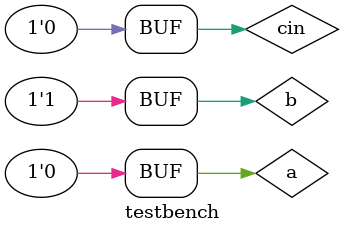
<source format=v>
module FULLADDER(a, b, cin, s, cout);
    input a, b, cin;
    output s, cout;

    // assign s = a ^ b ^ cin;
    // assign cout = (a&b)|(a&cin)|(b&cin);
    assign {cout, s} = a + b + cin;
endmodule

module testbench;

    reg a, b, cin;
    wire s, cout;

    FULLADDER fadder(a, b, cin, s, cout);
    always @(*)
        $monitor(,$time, " a=%b, b=%b, cin=%b, s=%b, cout=%b", a, b, cin, s, cout);

    initial begin
        a = 1'b0;
        b = 1'b1;
        cin = 1'b1;

        #1
        a = 1'b1;
        b = 1'b1;
        cin = 1'b1;

        #1
        a = 1'b0;
        b = 1'b1;
        cin = 1'b0;
    end
endmodule
</source>
